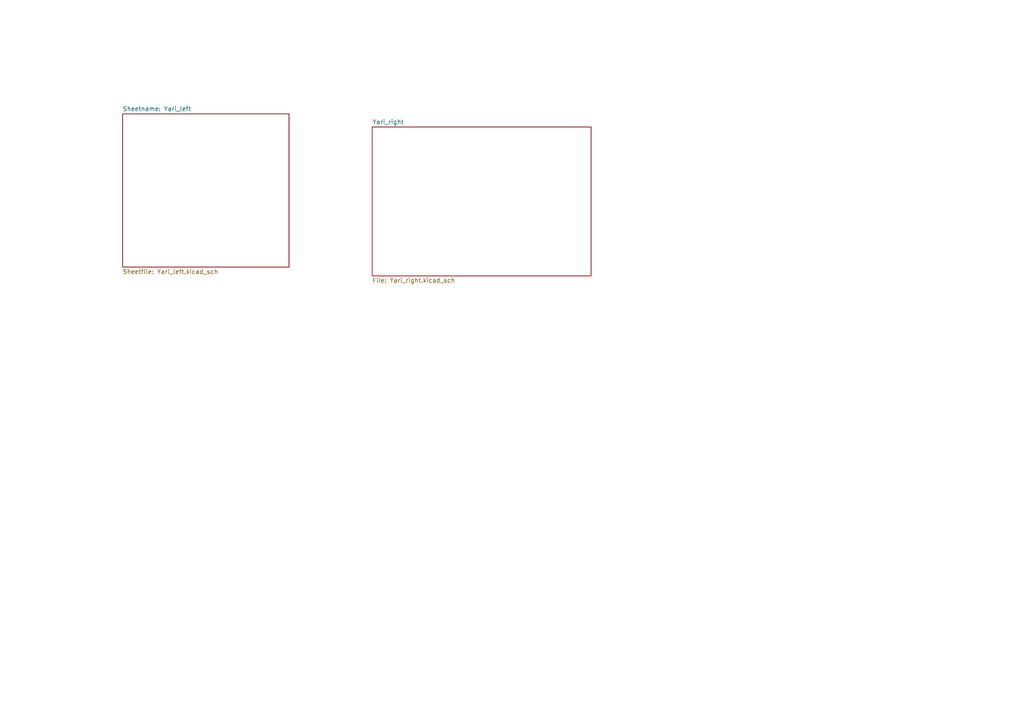
<source format=kicad_sch>
(kicad_sch
	(version 20250114)
	(generator "eeschema")
	(generator_version "9.0")
	(uuid "7f8cce25-a430-4528-9bd6-30406f8ee2a0")
	(paper "A4")
	(lib_symbols)
	(sheet
		(at 35.56 33.02)
		(size 48.26 44.45)
		(exclude_from_sim no)
		(in_bom yes)
		(on_board yes)
		(dnp no)
		(fields_autoplaced yes)
		(stroke
			(width 0.1524)
			(type solid)
		)
		(fill
			(color 0 0 0 0.0000)
		)
		(uuid "469dcd74-68e1-4323-bce4-254d7c92065c")
		(property "Sheetname" "Yari_left"
			(at 35.56 32.3084 0)
			(show_name yes)
			(effects
				(font
					(size 1.27 1.27)
				)
				(justify left bottom)
			)
		)
		(property "Sheetfile" "Yari_left.kicad_sch"
			(at 35.56 78.0546 0)
			(show_name yes)
			(effects
				(font
					(size 1.27 1.27)
				)
				(justify left top)
			)
		)
		(instances
			(project "Yari"
				(path "/7f8cce25-a430-4528-9bd6-30406f8ee2a0"
					(page "2")
				)
			)
		)
	)
	(sheet
		(at 107.95 36.83)
		(size 63.5 43.18)
		(exclude_from_sim no)
		(in_bom yes)
		(on_board yes)
		(dnp no)
		(fields_autoplaced yes)
		(stroke
			(width 0.1524)
			(type solid)
		)
		(fill
			(color 0 0 0 0.0000)
		)
		(uuid "51000fa3-50e9-4ee4-aa73-40c89dc25846")
		(property "Sheetname" "Yari_right"
			(at 107.95 36.1184 0)
			(effects
				(font
					(size 1.27 1.27)
				)
				(justify left bottom)
			)
		)
		(property "Sheetfile" "Yari_right.kicad_sch"
			(at 107.95 80.5946 0)
			(effects
				(font
					(size 1.27 1.27)
				)
				(justify left top)
			)
		)
		(instances
			(project "Yari"
				(path "/7f8cce25-a430-4528-9bd6-30406f8ee2a0"
					(page "3")
				)
			)
		)
	)
	(sheet_instances
		(path "/"
			(page "1")
		)
	)
	(embedded_fonts no)
)

</source>
